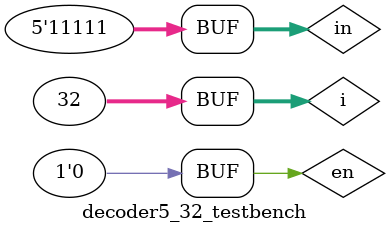
<source format=sv>

`timescale 1ns/10ps

module decoder5_32(in, out, en);
    output logic [31:0] out;
    input logic [4:0] in;
    input logic en;
    logic [3:0] suben;
    
    decoder2_4 enablecontrol (.in(in[4:3]), .out(suben[3:0]), .en(en));
    decoder3_8 subdecoder1 (.in(in[2:0]), .out(out[7:0]), .en(suben[0]));
    decoder3_8 subdecoder2 (.in(in[2:0]), .out(out[15:8]), .en(suben[1]));
    decoder3_8 subdecoder3 (.in(in[2:0]), .out(out[23:16]), .en(suben[2]));
    decoder3_8 subdecoder4 (.in(in[2:0]), .out(out[31:24]), .en(suben[3]));
	 
endmodule

// Testbench for the module.
module decoder5_32_testbench();
    logic [31:0] out;
    logic [4:0] in;
    logic en;
    integer i;
     
    decoder5_32 dut(.in, .out, .en);
    
    initial begin
        en = 1;
        for (i = 0; i < 32; i++) begin
            in[4:0] = i; #500;
        end

        en = 0;
        for (i = 0; i < 32; i++) begin
            in[4:0] = i; #500;
        end
    end
endmodule

</source>
